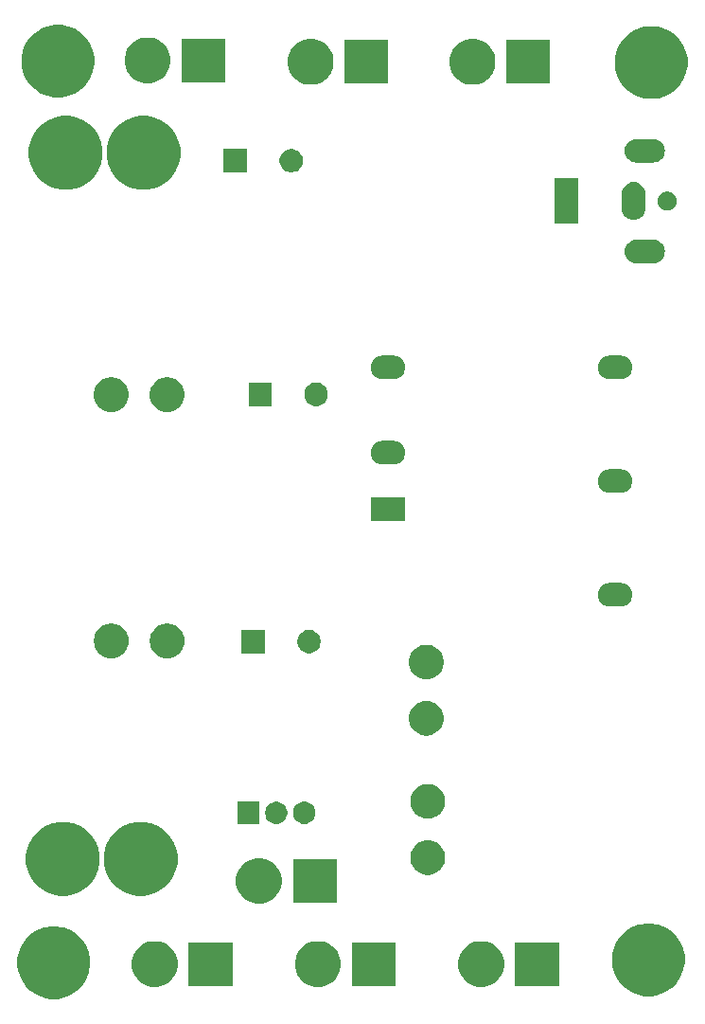
<source format=gbr>
G04 #@! TF.GenerationSoftware,KiCad,Pcbnew,(5.1.0-0)*
G04 #@! TF.CreationDate,2019-05-08T18:24:01-07:00*
G04 #@! TF.ProjectId,power board,706f7765-7220-4626-9f61-72642e6b6963,rev?*
G04 #@! TF.SameCoordinates,Original*
G04 #@! TF.FileFunction,Soldermask,Bot*
G04 #@! TF.FilePolarity,Negative*
%FSLAX46Y46*%
G04 Gerber Fmt 4.6, Leading zero omitted, Abs format (unit mm)*
G04 Created by KiCad (PCBNEW (5.1.0-0)) date 2019-05-08 18:24:01*
%MOMM*%
%LPD*%
G04 APERTURE LIST*
%ADD10C,0.100000*%
G04 APERTURE END LIST*
D10*
G36*
X26605739Y-115429467D02*
G01*
X26919782Y-115491934D01*
X27511426Y-115737001D01*
X28043892Y-116092784D01*
X28496716Y-116545608D01*
X28852499Y-117078074D01*
X29097566Y-117669718D01*
X29097566Y-117669719D01*
X29222500Y-118297803D01*
X29222500Y-118938197D01*
X29160033Y-119252239D01*
X29097566Y-119566282D01*
X28852499Y-120157926D01*
X28496716Y-120690392D01*
X28043892Y-121143216D01*
X27511426Y-121498999D01*
X26919782Y-121744066D01*
X26605739Y-121806533D01*
X26291697Y-121869000D01*
X25651303Y-121869000D01*
X25337261Y-121806533D01*
X25023218Y-121744066D01*
X24431574Y-121498999D01*
X23899108Y-121143216D01*
X23446284Y-120690392D01*
X23090501Y-120157926D01*
X22845434Y-119566282D01*
X22782967Y-119252239D01*
X22720500Y-118938197D01*
X22720500Y-118297803D01*
X22845434Y-117669719D01*
X22845434Y-117669718D01*
X23090501Y-117078074D01*
X23446284Y-116545608D01*
X23899108Y-116092784D01*
X24431574Y-115737001D01*
X25023218Y-115491934D01*
X25337261Y-115429467D01*
X25651303Y-115367000D01*
X26291697Y-115367000D01*
X26605739Y-115429467D01*
X26605739Y-115429467D01*
G37*
G36*
X79818739Y-115175467D02*
G01*
X80132782Y-115237934D01*
X80724426Y-115483001D01*
X81256892Y-115838784D01*
X81709716Y-116291608D01*
X82065499Y-116824074D01*
X82271173Y-117320615D01*
X82310566Y-117415719D01*
X82435500Y-118043803D01*
X82435500Y-118684197D01*
X82406174Y-118831629D01*
X82310566Y-119312282D01*
X82065499Y-119903926D01*
X81709716Y-120436392D01*
X81256892Y-120889216D01*
X80724426Y-121244999D01*
X80132782Y-121490066D01*
X79818739Y-121552533D01*
X79504697Y-121615000D01*
X78864303Y-121615000D01*
X78550261Y-121552533D01*
X78236218Y-121490066D01*
X77644574Y-121244999D01*
X77112108Y-120889216D01*
X76659284Y-120436392D01*
X76303501Y-119903926D01*
X76058434Y-119312282D01*
X75962826Y-118831629D01*
X75933500Y-118684197D01*
X75933500Y-118043803D01*
X76058434Y-117415719D01*
X76097827Y-117320615D01*
X76303501Y-116824074D01*
X76659284Y-116291608D01*
X77112108Y-115838784D01*
X77644574Y-115483001D01*
X78236218Y-115237934D01*
X78550261Y-115175467D01*
X78864303Y-115113000D01*
X79504697Y-115113000D01*
X79818739Y-115175467D01*
X79818739Y-115175467D01*
G37*
G36*
X64813254Y-116772818D02*
G01*
X65186511Y-116927426D01*
X65186513Y-116927427D01*
X65522436Y-117151884D01*
X65808116Y-117437564D01*
X65963237Y-117669718D01*
X66032574Y-117773489D01*
X66187182Y-118146746D01*
X66266000Y-118542993D01*
X66266000Y-118947007D01*
X66187182Y-119343254D01*
X66032574Y-119716511D01*
X66032573Y-119716513D01*
X65808116Y-120052436D01*
X65522436Y-120338116D01*
X65186513Y-120562573D01*
X65186512Y-120562574D01*
X65186511Y-120562574D01*
X64813254Y-120717182D01*
X64417007Y-120796000D01*
X64012993Y-120796000D01*
X63616746Y-120717182D01*
X63243489Y-120562574D01*
X63243488Y-120562574D01*
X63243487Y-120562573D01*
X62907564Y-120338116D01*
X62621884Y-120052436D01*
X62397427Y-119716513D01*
X62397426Y-119716511D01*
X62242818Y-119343254D01*
X62164000Y-118947007D01*
X62164000Y-118542993D01*
X62242818Y-118146746D01*
X62397426Y-117773489D01*
X62466764Y-117669718D01*
X62621884Y-117437564D01*
X62907564Y-117151884D01*
X63243487Y-116927427D01*
X63243489Y-116927426D01*
X63616746Y-116772818D01*
X64012993Y-116694000D01*
X64417007Y-116694000D01*
X64813254Y-116772818D01*
X64813254Y-116772818D01*
G37*
G36*
X50208254Y-116772818D02*
G01*
X50581511Y-116927426D01*
X50581513Y-116927427D01*
X50917436Y-117151884D01*
X51203116Y-117437564D01*
X51358237Y-117669718D01*
X51427574Y-117773489D01*
X51582182Y-118146746D01*
X51661000Y-118542993D01*
X51661000Y-118947007D01*
X51582182Y-119343254D01*
X51427574Y-119716511D01*
X51427573Y-119716513D01*
X51203116Y-120052436D01*
X50917436Y-120338116D01*
X50581513Y-120562573D01*
X50581512Y-120562574D01*
X50581511Y-120562574D01*
X50208254Y-120717182D01*
X49812007Y-120796000D01*
X49407993Y-120796000D01*
X49011746Y-120717182D01*
X48638489Y-120562574D01*
X48638488Y-120562574D01*
X48638487Y-120562573D01*
X48302564Y-120338116D01*
X48016884Y-120052436D01*
X47792427Y-119716513D01*
X47792426Y-119716511D01*
X47637818Y-119343254D01*
X47559000Y-118947007D01*
X47559000Y-118542993D01*
X47637818Y-118146746D01*
X47792426Y-117773489D01*
X47861764Y-117669718D01*
X48016884Y-117437564D01*
X48302564Y-117151884D01*
X48638487Y-116927427D01*
X48638489Y-116927426D01*
X49011746Y-116772818D01*
X49407993Y-116694000D01*
X49812007Y-116694000D01*
X50208254Y-116772818D01*
X50208254Y-116772818D01*
G37*
G36*
X35603254Y-116772818D02*
G01*
X35976511Y-116927426D01*
X35976513Y-116927427D01*
X36312436Y-117151884D01*
X36598116Y-117437564D01*
X36753237Y-117669718D01*
X36822574Y-117773489D01*
X36977182Y-118146746D01*
X37056000Y-118542993D01*
X37056000Y-118947007D01*
X36977182Y-119343254D01*
X36822574Y-119716511D01*
X36822573Y-119716513D01*
X36598116Y-120052436D01*
X36312436Y-120338116D01*
X35976513Y-120562573D01*
X35976512Y-120562574D01*
X35976511Y-120562574D01*
X35603254Y-120717182D01*
X35207007Y-120796000D01*
X34802993Y-120796000D01*
X34406746Y-120717182D01*
X34033489Y-120562574D01*
X34033488Y-120562574D01*
X34033487Y-120562573D01*
X33697564Y-120338116D01*
X33411884Y-120052436D01*
X33187427Y-119716513D01*
X33187426Y-119716511D01*
X33032818Y-119343254D01*
X32954000Y-118947007D01*
X32954000Y-118542993D01*
X33032818Y-118146746D01*
X33187426Y-117773489D01*
X33256764Y-117669718D01*
X33411884Y-117437564D01*
X33697564Y-117151884D01*
X34033487Y-116927427D01*
X34033489Y-116927426D01*
X34406746Y-116772818D01*
X34802993Y-116694000D01*
X35207007Y-116694000D01*
X35603254Y-116772818D01*
X35603254Y-116772818D01*
G37*
G36*
X71166000Y-120696000D02*
G01*
X67264000Y-120696000D01*
X67264000Y-116794000D01*
X71166000Y-116794000D01*
X71166000Y-120696000D01*
X71166000Y-120696000D01*
G37*
G36*
X56561000Y-120696000D02*
G01*
X52659000Y-120696000D01*
X52659000Y-116794000D01*
X56561000Y-116794000D01*
X56561000Y-120696000D01*
X56561000Y-120696000D01*
G37*
G36*
X41956000Y-120696000D02*
G01*
X38054000Y-120696000D01*
X38054000Y-116794000D01*
X41956000Y-116794000D01*
X41956000Y-120696000D01*
X41956000Y-120696000D01*
G37*
G36*
X44937754Y-109343318D02*
G01*
X45311011Y-109497926D01*
X45311013Y-109497927D01*
X45646936Y-109722384D01*
X45932616Y-110008064D01*
X46066680Y-110208704D01*
X46157074Y-110343989D01*
X46311682Y-110717246D01*
X46390500Y-111113493D01*
X46390500Y-111517507D01*
X46311682Y-111913754D01*
X46163164Y-112272308D01*
X46157073Y-112287013D01*
X45932616Y-112622936D01*
X45646936Y-112908616D01*
X45311013Y-113133073D01*
X45311012Y-113133074D01*
X45311011Y-113133074D01*
X44937754Y-113287682D01*
X44541507Y-113366500D01*
X44137493Y-113366500D01*
X43741246Y-113287682D01*
X43367989Y-113133074D01*
X43367988Y-113133074D01*
X43367987Y-113133073D01*
X43032064Y-112908616D01*
X42746384Y-112622936D01*
X42521927Y-112287013D01*
X42515836Y-112272308D01*
X42367318Y-111913754D01*
X42288500Y-111517507D01*
X42288500Y-111113493D01*
X42367318Y-110717246D01*
X42521926Y-110343989D01*
X42612321Y-110208704D01*
X42746384Y-110008064D01*
X43032064Y-109722384D01*
X43367987Y-109497927D01*
X43367989Y-109497926D01*
X43741246Y-109343318D01*
X44137493Y-109264500D01*
X44541507Y-109264500D01*
X44937754Y-109343318D01*
X44937754Y-109343318D01*
G37*
G36*
X51290500Y-113266500D02*
G01*
X47388500Y-113266500D01*
X47388500Y-109364500D01*
X51290500Y-109364500D01*
X51290500Y-113266500D01*
X51290500Y-113266500D01*
G37*
G36*
X34709865Y-106172855D02*
G01*
X35310608Y-106421691D01*
X35310610Y-106421692D01*
X35851265Y-106782946D01*
X36311054Y-107242735D01*
X36595875Y-107669000D01*
X36672309Y-107783392D01*
X36921145Y-108384135D01*
X37048000Y-109021879D01*
X37048000Y-109672121D01*
X36921145Y-110309865D01*
X36672309Y-110910608D01*
X36672308Y-110910610D01*
X36311054Y-111451265D01*
X35851265Y-111911054D01*
X35310610Y-112272308D01*
X35310609Y-112272309D01*
X35310608Y-112272309D01*
X34709865Y-112521145D01*
X34072121Y-112648000D01*
X33421879Y-112648000D01*
X32784135Y-112521145D01*
X32183392Y-112272309D01*
X32183391Y-112272309D01*
X32183390Y-112272308D01*
X31642735Y-111911054D01*
X31182946Y-111451265D01*
X30821692Y-110910610D01*
X30821691Y-110910608D01*
X30572855Y-110309865D01*
X30446000Y-109672121D01*
X30446000Y-109021879D01*
X30572855Y-108384135D01*
X30821691Y-107783392D01*
X30898125Y-107669000D01*
X31182946Y-107242735D01*
X31642735Y-106782946D01*
X32183390Y-106421692D01*
X32183392Y-106421691D01*
X32784135Y-106172855D01*
X33421879Y-106046000D01*
X34072121Y-106046000D01*
X34709865Y-106172855D01*
X34709865Y-106172855D01*
G37*
G36*
X27759865Y-106172855D02*
G01*
X28360608Y-106421691D01*
X28360610Y-106421692D01*
X28901265Y-106782946D01*
X29361054Y-107242735D01*
X29645875Y-107669000D01*
X29722309Y-107783392D01*
X29971145Y-108384135D01*
X30098000Y-109021879D01*
X30098000Y-109672121D01*
X29971145Y-110309865D01*
X29722309Y-110910608D01*
X29722308Y-110910610D01*
X29361054Y-111451265D01*
X28901265Y-111911054D01*
X28360610Y-112272308D01*
X28360609Y-112272309D01*
X28360608Y-112272309D01*
X27759865Y-112521145D01*
X27122121Y-112648000D01*
X26471879Y-112648000D01*
X25834135Y-112521145D01*
X25233392Y-112272309D01*
X25233391Y-112272309D01*
X25233390Y-112272308D01*
X24692735Y-111911054D01*
X24232946Y-111451265D01*
X23871692Y-110910610D01*
X23871691Y-110910608D01*
X23622855Y-110309865D01*
X23496000Y-109672121D01*
X23496000Y-109021879D01*
X23622855Y-108384135D01*
X23871691Y-107783392D01*
X23948125Y-107669000D01*
X24232946Y-107242735D01*
X24692735Y-106782946D01*
X25233390Y-106421692D01*
X25233392Y-106421691D01*
X25834135Y-106172855D01*
X26471879Y-106046000D01*
X27122121Y-106046000D01*
X27759865Y-106172855D01*
X27759865Y-106172855D01*
G37*
G36*
X59738585Y-107698802D02*
G01*
X59888410Y-107728604D01*
X60170674Y-107845521D01*
X60424705Y-108015259D01*
X60640741Y-108231295D01*
X60810479Y-108485326D01*
X60927396Y-108767590D01*
X60987000Y-109067240D01*
X60987000Y-109372760D01*
X60927396Y-109672410D01*
X60810479Y-109954674D01*
X60640741Y-110208705D01*
X60424705Y-110424741D01*
X60170674Y-110594479D01*
X59888410Y-110711396D01*
X59738585Y-110741198D01*
X59588761Y-110771000D01*
X59283239Y-110771000D01*
X59133415Y-110741198D01*
X58983590Y-110711396D01*
X58701326Y-110594479D01*
X58447295Y-110424741D01*
X58231259Y-110208705D01*
X58061521Y-109954674D01*
X57944604Y-109672410D01*
X57885000Y-109372760D01*
X57885000Y-109067240D01*
X57944604Y-108767590D01*
X58061521Y-108485326D01*
X58231259Y-108231295D01*
X58447295Y-108015259D01*
X58701326Y-107845521D01*
X58983590Y-107728604D01*
X59133415Y-107698802D01*
X59283239Y-107669000D01*
X59588761Y-107669000D01*
X59738585Y-107698802D01*
X59738585Y-107698802D01*
G37*
G36*
X48582285Y-104237734D02*
G01*
X48678981Y-104256968D01*
X48861151Y-104332426D01*
X49025100Y-104441973D01*
X49164527Y-104581400D01*
X49274074Y-104745349D01*
X49349532Y-104927519D01*
X49388000Y-105120910D01*
X49388000Y-105318090D01*
X49349532Y-105511481D01*
X49274074Y-105693651D01*
X49164527Y-105857600D01*
X49025100Y-105997027D01*
X48861151Y-106106574D01*
X48678981Y-106182032D01*
X48582285Y-106201266D01*
X48485591Y-106220500D01*
X48288409Y-106220500D01*
X48191715Y-106201266D01*
X48095019Y-106182032D01*
X47912849Y-106106574D01*
X47748900Y-105997027D01*
X47609473Y-105857600D01*
X47499926Y-105693651D01*
X47424468Y-105511481D01*
X47386000Y-105318090D01*
X47386000Y-105120910D01*
X47424468Y-104927519D01*
X47499926Y-104745349D01*
X47609473Y-104581400D01*
X47748900Y-104441973D01*
X47912849Y-104332426D01*
X48095019Y-104256968D01*
X48288409Y-104218500D01*
X48485591Y-104218500D01*
X48582285Y-104237734D01*
X48582285Y-104237734D01*
G37*
G36*
X46082285Y-104237734D02*
G01*
X46178981Y-104256968D01*
X46361151Y-104332426D01*
X46525100Y-104441973D01*
X46664527Y-104581400D01*
X46774074Y-104745349D01*
X46849532Y-104927519D01*
X46888000Y-105120910D01*
X46888000Y-105318090D01*
X46849532Y-105511481D01*
X46774074Y-105693651D01*
X46664527Y-105857600D01*
X46525100Y-105997027D01*
X46361151Y-106106574D01*
X46178981Y-106182032D01*
X46082285Y-106201266D01*
X45985591Y-106220500D01*
X45788409Y-106220500D01*
X45691715Y-106201266D01*
X45595019Y-106182032D01*
X45412849Y-106106574D01*
X45248900Y-105997027D01*
X45109473Y-105857600D01*
X44999926Y-105693651D01*
X44924468Y-105511481D01*
X44886000Y-105318090D01*
X44886000Y-105120910D01*
X44924468Y-104927519D01*
X44999926Y-104745349D01*
X45109473Y-104581400D01*
X45248900Y-104441973D01*
X45412849Y-104332426D01*
X45595019Y-104256968D01*
X45788409Y-104218500D01*
X45985591Y-104218500D01*
X46082285Y-104237734D01*
X46082285Y-104237734D01*
G37*
G36*
X44388000Y-106220500D02*
G01*
X42386000Y-106220500D01*
X42386000Y-104218500D01*
X44388000Y-104218500D01*
X44388000Y-106220500D01*
X44388000Y-106220500D01*
G37*
G36*
X59738585Y-102669602D02*
G01*
X59888410Y-102699404D01*
X60170674Y-102816321D01*
X60424705Y-102986059D01*
X60640741Y-103202095D01*
X60810479Y-103456126D01*
X60927396Y-103738390D01*
X60927396Y-103738391D01*
X60987000Y-104038039D01*
X60987000Y-104343561D01*
X60957198Y-104493385D01*
X60927396Y-104643210D01*
X60810479Y-104925474D01*
X60640741Y-105179505D01*
X60424705Y-105395541D01*
X60170674Y-105565279D01*
X59888410Y-105682196D01*
X59738585Y-105711998D01*
X59588761Y-105741800D01*
X59283239Y-105741800D01*
X59133415Y-105711998D01*
X58983590Y-105682196D01*
X58701326Y-105565279D01*
X58447295Y-105395541D01*
X58231259Y-105179505D01*
X58061521Y-104925474D01*
X57944604Y-104643210D01*
X57914802Y-104493385D01*
X57885000Y-104343561D01*
X57885000Y-104038039D01*
X57944604Y-103738391D01*
X57944604Y-103738390D01*
X58061521Y-103456126D01*
X58231259Y-103202095D01*
X58447295Y-102986059D01*
X58701326Y-102816321D01*
X58983590Y-102699404D01*
X59133415Y-102669602D01*
X59283239Y-102639800D01*
X59588761Y-102639800D01*
X59738585Y-102669602D01*
X59738585Y-102669602D01*
G37*
G36*
X59611585Y-95252802D02*
G01*
X59761410Y-95282604D01*
X60043674Y-95399521D01*
X60297705Y-95569259D01*
X60513741Y-95785295D01*
X60683479Y-96039326D01*
X60800396Y-96321590D01*
X60860000Y-96621240D01*
X60860000Y-96926760D01*
X60800396Y-97226410D01*
X60683479Y-97508674D01*
X60513741Y-97762705D01*
X60297705Y-97978741D01*
X60043674Y-98148479D01*
X59761410Y-98265396D01*
X59611585Y-98295198D01*
X59461761Y-98325000D01*
X59156239Y-98325000D01*
X59006415Y-98295198D01*
X58856590Y-98265396D01*
X58574326Y-98148479D01*
X58320295Y-97978741D01*
X58104259Y-97762705D01*
X57934521Y-97508674D01*
X57817604Y-97226410D01*
X57758000Y-96926760D01*
X57758000Y-96621240D01*
X57817604Y-96321590D01*
X57934521Y-96039326D01*
X58104259Y-95785295D01*
X58320295Y-95569259D01*
X58574326Y-95399521D01*
X58856590Y-95282604D01*
X59006415Y-95252802D01*
X59156239Y-95223000D01*
X59461761Y-95223000D01*
X59611585Y-95252802D01*
X59611585Y-95252802D01*
G37*
G36*
X59606367Y-90222564D02*
G01*
X59761410Y-90253404D01*
X60043674Y-90370321D01*
X60297705Y-90540059D01*
X60513741Y-90756095D01*
X60683479Y-91010126D01*
X60800396Y-91292390D01*
X60860000Y-91592040D01*
X60860000Y-91897560D01*
X60800396Y-92197210D01*
X60683479Y-92479474D01*
X60513741Y-92733505D01*
X60297705Y-92949541D01*
X60043674Y-93119279D01*
X59761410Y-93236196D01*
X59611585Y-93265998D01*
X59461761Y-93295800D01*
X59156239Y-93295800D01*
X59006415Y-93265998D01*
X58856590Y-93236196D01*
X58574326Y-93119279D01*
X58320295Y-92949541D01*
X58104259Y-92733505D01*
X57934521Y-92479474D01*
X57817604Y-92197210D01*
X57758000Y-91897560D01*
X57758000Y-91592040D01*
X57817604Y-91292390D01*
X57934521Y-91010126D01*
X58104259Y-90756095D01*
X58320295Y-90540059D01*
X58574326Y-90370321D01*
X58856590Y-90253404D01*
X59011633Y-90222564D01*
X59156239Y-90193800D01*
X59461761Y-90193800D01*
X59606367Y-90222564D01*
X59606367Y-90222564D01*
G37*
G36*
X36434085Y-88335802D02*
G01*
X36583910Y-88365604D01*
X36866174Y-88482521D01*
X37120205Y-88652259D01*
X37336241Y-88868295D01*
X37505979Y-89122326D01*
X37622896Y-89404590D01*
X37652698Y-89554415D01*
X37682500Y-89704239D01*
X37682500Y-90009761D01*
X37652698Y-90159585D01*
X37622896Y-90309410D01*
X37505979Y-90591674D01*
X37336241Y-90845705D01*
X37120205Y-91061741D01*
X36866174Y-91231479D01*
X36583910Y-91348396D01*
X36434085Y-91378198D01*
X36284261Y-91408000D01*
X35978739Y-91408000D01*
X35828915Y-91378198D01*
X35679090Y-91348396D01*
X35396826Y-91231479D01*
X35142795Y-91061741D01*
X34926759Y-90845705D01*
X34757021Y-90591674D01*
X34640104Y-90309410D01*
X34610302Y-90159585D01*
X34580500Y-90009761D01*
X34580500Y-89704239D01*
X34610302Y-89554415D01*
X34640104Y-89404590D01*
X34757021Y-89122326D01*
X34926759Y-88868295D01*
X35142795Y-88652259D01*
X35396826Y-88482521D01*
X35679090Y-88365604D01*
X35828915Y-88335802D01*
X35978739Y-88306000D01*
X36284261Y-88306000D01*
X36434085Y-88335802D01*
X36434085Y-88335802D01*
G37*
G36*
X31434085Y-88335802D02*
G01*
X31583910Y-88365604D01*
X31866174Y-88482521D01*
X32120205Y-88652259D01*
X32336241Y-88868295D01*
X32505979Y-89122326D01*
X32622896Y-89404590D01*
X32652698Y-89554415D01*
X32682500Y-89704239D01*
X32682500Y-90009761D01*
X32652698Y-90159585D01*
X32622896Y-90309410D01*
X32505979Y-90591674D01*
X32336241Y-90845705D01*
X32120205Y-91061741D01*
X31866174Y-91231479D01*
X31583910Y-91348396D01*
X31434085Y-91378198D01*
X31284261Y-91408000D01*
X30978739Y-91408000D01*
X30828915Y-91378198D01*
X30679090Y-91348396D01*
X30396826Y-91231479D01*
X30142795Y-91061741D01*
X29926759Y-90845705D01*
X29757021Y-90591674D01*
X29640104Y-90309410D01*
X29610302Y-90159585D01*
X29580500Y-90009761D01*
X29580500Y-89704239D01*
X29610302Y-89554415D01*
X29640104Y-89404590D01*
X29757021Y-89122326D01*
X29926759Y-88868295D01*
X30142795Y-88652259D01*
X30396826Y-88482521D01*
X30679090Y-88365604D01*
X30828915Y-88335802D01*
X30978739Y-88306000D01*
X31284261Y-88306000D01*
X31434085Y-88335802D01*
X31434085Y-88335802D01*
G37*
G36*
X49121564Y-88905389D02*
G01*
X49312833Y-88984615D01*
X49312835Y-88984616D01*
X49484973Y-89099635D01*
X49631365Y-89246027D01*
X49746385Y-89418167D01*
X49825611Y-89609436D01*
X49866000Y-89812484D01*
X49866000Y-90019516D01*
X49825611Y-90222564D01*
X49789638Y-90309410D01*
X49746384Y-90413835D01*
X49631365Y-90585973D01*
X49484973Y-90732365D01*
X49312835Y-90847384D01*
X49312834Y-90847385D01*
X49312833Y-90847385D01*
X49121564Y-90926611D01*
X48918516Y-90967000D01*
X48711484Y-90967000D01*
X48508436Y-90926611D01*
X48317167Y-90847385D01*
X48317166Y-90847385D01*
X48317165Y-90847384D01*
X48145027Y-90732365D01*
X47998635Y-90585973D01*
X47883616Y-90413835D01*
X47840362Y-90309410D01*
X47804389Y-90222564D01*
X47764000Y-90019516D01*
X47764000Y-89812484D01*
X47804389Y-89609436D01*
X47883615Y-89418167D01*
X47998635Y-89246027D01*
X48145027Y-89099635D01*
X48317165Y-88984616D01*
X48317167Y-88984615D01*
X48508436Y-88905389D01*
X48711484Y-88865000D01*
X48918516Y-88865000D01*
X49121564Y-88905389D01*
X49121564Y-88905389D01*
G37*
G36*
X44866000Y-90967000D02*
G01*
X42764000Y-90967000D01*
X42764000Y-88865000D01*
X44866000Y-88865000D01*
X44866000Y-90967000D01*
X44866000Y-90967000D01*
G37*
G36*
X76803097Y-84679069D02*
G01*
X76906032Y-84689207D01*
X77104146Y-84749305D01*
X77104149Y-84749306D01*
X77200975Y-84801061D01*
X77286729Y-84846897D01*
X77446765Y-84978235D01*
X77578103Y-85138271D01*
X77623939Y-85224025D01*
X77675694Y-85320851D01*
X77675695Y-85320854D01*
X77735793Y-85518968D01*
X77756085Y-85725000D01*
X77735793Y-85931032D01*
X77675695Y-86129146D01*
X77675694Y-86129149D01*
X77623939Y-86225975D01*
X77578103Y-86311729D01*
X77446765Y-86471765D01*
X77286729Y-86603103D01*
X77200975Y-86648939D01*
X77104149Y-86700694D01*
X77104146Y-86700695D01*
X76906032Y-86760793D01*
X76803097Y-86770931D01*
X76751631Y-86776000D01*
X75648369Y-86776000D01*
X75596903Y-86770931D01*
X75493968Y-86760793D01*
X75295854Y-86700695D01*
X75295851Y-86700694D01*
X75199025Y-86648939D01*
X75113271Y-86603103D01*
X74953235Y-86471765D01*
X74821897Y-86311729D01*
X74776061Y-86225975D01*
X74724306Y-86129149D01*
X74724305Y-86129146D01*
X74664207Y-85931032D01*
X74643915Y-85725000D01*
X74664207Y-85518968D01*
X74724305Y-85320854D01*
X74724306Y-85320851D01*
X74776061Y-85224025D01*
X74821897Y-85138271D01*
X74953235Y-84978235D01*
X75113271Y-84846897D01*
X75199025Y-84801061D01*
X75295851Y-84749306D01*
X75295854Y-84749305D01*
X75493968Y-84689207D01*
X75596903Y-84679069D01*
X75648369Y-84674000D01*
X76751631Y-84674000D01*
X76803097Y-84679069D01*
X76803097Y-84679069D01*
G37*
G36*
X57431000Y-79156000D02*
G01*
X54329000Y-79156000D01*
X54329000Y-77054000D01*
X57431000Y-77054000D01*
X57431000Y-79156000D01*
X57431000Y-79156000D01*
G37*
G36*
X76803097Y-74519069D02*
G01*
X76906032Y-74529207D01*
X77104146Y-74589305D01*
X77104149Y-74589306D01*
X77200975Y-74641061D01*
X77286729Y-74686897D01*
X77446765Y-74818235D01*
X77578103Y-74978271D01*
X77623939Y-75064025D01*
X77675694Y-75160851D01*
X77675695Y-75160854D01*
X77735793Y-75358968D01*
X77756085Y-75565000D01*
X77735793Y-75771032D01*
X77675695Y-75969146D01*
X77675694Y-75969149D01*
X77623939Y-76065975D01*
X77578103Y-76151729D01*
X77446765Y-76311765D01*
X77286729Y-76443103D01*
X77200975Y-76488939D01*
X77104149Y-76540694D01*
X77104146Y-76540695D01*
X76906032Y-76600793D01*
X76803097Y-76610931D01*
X76751631Y-76616000D01*
X75648369Y-76616000D01*
X75596903Y-76610931D01*
X75493968Y-76600793D01*
X75295854Y-76540695D01*
X75295851Y-76540694D01*
X75199025Y-76488939D01*
X75113271Y-76443103D01*
X74953235Y-76311765D01*
X74821897Y-76151729D01*
X74776061Y-76065975D01*
X74724306Y-75969149D01*
X74724305Y-75969146D01*
X74664207Y-75771032D01*
X74643915Y-75565000D01*
X74664207Y-75358968D01*
X74724305Y-75160854D01*
X74724306Y-75160851D01*
X74776061Y-75064025D01*
X74821897Y-74978271D01*
X74953235Y-74818235D01*
X75113271Y-74686897D01*
X75199025Y-74641061D01*
X75295851Y-74589306D01*
X75295854Y-74589305D01*
X75493968Y-74529207D01*
X75596903Y-74519069D01*
X75648369Y-74514000D01*
X76751631Y-74514000D01*
X76803097Y-74519069D01*
X76803097Y-74519069D01*
G37*
G36*
X56483097Y-71979069D02*
G01*
X56586032Y-71989207D01*
X56784146Y-72049305D01*
X56784149Y-72049306D01*
X56880975Y-72101061D01*
X56966729Y-72146897D01*
X57126765Y-72278235D01*
X57258103Y-72438271D01*
X57303939Y-72524025D01*
X57355694Y-72620851D01*
X57355695Y-72620854D01*
X57415793Y-72818968D01*
X57436085Y-73025000D01*
X57415793Y-73231032D01*
X57355695Y-73429146D01*
X57355694Y-73429149D01*
X57303939Y-73525975D01*
X57258103Y-73611729D01*
X57126765Y-73771765D01*
X56966729Y-73903103D01*
X56880975Y-73948939D01*
X56784149Y-74000694D01*
X56784146Y-74000695D01*
X56586032Y-74060793D01*
X56483097Y-74070931D01*
X56431631Y-74076000D01*
X55328369Y-74076000D01*
X55276903Y-74070931D01*
X55173968Y-74060793D01*
X54975854Y-74000695D01*
X54975851Y-74000694D01*
X54879025Y-73948939D01*
X54793271Y-73903103D01*
X54633235Y-73771765D01*
X54501897Y-73611729D01*
X54456061Y-73525975D01*
X54404306Y-73429149D01*
X54404305Y-73429146D01*
X54344207Y-73231032D01*
X54323915Y-73025000D01*
X54344207Y-72818968D01*
X54404305Y-72620854D01*
X54404306Y-72620851D01*
X54456061Y-72524025D01*
X54501897Y-72438271D01*
X54633235Y-72278235D01*
X54793271Y-72146897D01*
X54879025Y-72101061D01*
X54975851Y-72049306D01*
X54975854Y-72049305D01*
X55173968Y-71989207D01*
X55276903Y-71979069D01*
X55328369Y-71974000D01*
X56431631Y-71974000D01*
X56483097Y-71979069D01*
X56483097Y-71979069D01*
G37*
G36*
X31434085Y-66335802D02*
G01*
X31583910Y-66365604D01*
X31866174Y-66482521D01*
X32120205Y-66652259D01*
X32336241Y-66868295D01*
X32505979Y-67122326D01*
X32622896Y-67404590D01*
X32682500Y-67704240D01*
X32682500Y-68009760D01*
X32622896Y-68309410D01*
X32505979Y-68591674D01*
X32336241Y-68845705D01*
X32120205Y-69061741D01*
X31866174Y-69231479D01*
X31583910Y-69348396D01*
X31434085Y-69378198D01*
X31284261Y-69408000D01*
X30978739Y-69408000D01*
X30828915Y-69378198D01*
X30679090Y-69348396D01*
X30396826Y-69231479D01*
X30142795Y-69061741D01*
X29926759Y-68845705D01*
X29757021Y-68591674D01*
X29640104Y-68309410D01*
X29580500Y-68009760D01*
X29580500Y-67704240D01*
X29640104Y-67404590D01*
X29757021Y-67122326D01*
X29926759Y-66868295D01*
X30142795Y-66652259D01*
X30396826Y-66482521D01*
X30679090Y-66365604D01*
X30828915Y-66335802D01*
X30978739Y-66306000D01*
X31284261Y-66306000D01*
X31434085Y-66335802D01*
X31434085Y-66335802D01*
G37*
G36*
X36434085Y-66335802D02*
G01*
X36583910Y-66365604D01*
X36866174Y-66482521D01*
X37120205Y-66652259D01*
X37336241Y-66868295D01*
X37505979Y-67122326D01*
X37622896Y-67404590D01*
X37682500Y-67704240D01*
X37682500Y-68009760D01*
X37622896Y-68309410D01*
X37505979Y-68591674D01*
X37336241Y-68845705D01*
X37120205Y-69061741D01*
X36866174Y-69231479D01*
X36583910Y-69348396D01*
X36434085Y-69378198D01*
X36284261Y-69408000D01*
X35978739Y-69408000D01*
X35828915Y-69378198D01*
X35679090Y-69348396D01*
X35396826Y-69231479D01*
X35142795Y-69061741D01*
X34926759Y-68845705D01*
X34757021Y-68591674D01*
X34640104Y-68309410D01*
X34580500Y-68009760D01*
X34580500Y-67704240D01*
X34640104Y-67404590D01*
X34757021Y-67122326D01*
X34926759Y-66868295D01*
X35142795Y-66652259D01*
X35396826Y-66482521D01*
X35679090Y-66365604D01*
X35828915Y-66335802D01*
X35978739Y-66306000D01*
X36284261Y-66306000D01*
X36434085Y-66335802D01*
X36434085Y-66335802D01*
G37*
G36*
X45501000Y-68869000D02*
G01*
X43399000Y-68869000D01*
X43399000Y-66767000D01*
X45501000Y-66767000D01*
X45501000Y-68869000D01*
X45501000Y-68869000D01*
G37*
G36*
X49756564Y-66807389D02*
G01*
X49947833Y-66886615D01*
X49947835Y-66886616D01*
X50119973Y-67001635D01*
X50266365Y-67148027D01*
X50381385Y-67320167D01*
X50460611Y-67511436D01*
X50501000Y-67714484D01*
X50501000Y-67921516D01*
X50460611Y-68124564D01*
X50384046Y-68309409D01*
X50381384Y-68315835D01*
X50266365Y-68487973D01*
X50119973Y-68634365D01*
X49947835Y-68749384D01*
X49947834Y-68749385D01*
X49947833Y-68749385D01*
X49756564Y-68828611D01*
X49553516Y-68869000D01*
X49346484Y-68869000D01*
X49143436Y-68828611D01*
X48952167Y-68749385D01*
X48952166Y-68749385D01*
X48952165Y-68749384D01*
X48780027Y-68634365D01*
X48633635Y-68487973D01*
X48518616Y-68315835D01*
X48515954Y-68309409D01*
X48439389Y-68124564D01*
X48399000Y-67921516D01*
X48399000Y-67714484D01*
X48439389Y-67511436D01*
X48518615Y-67320167D01*
X48633635Y-67148027D01*
X48780027Y-67001635D01*
X48952165Y-66886616D01*
X48952167Y-66886615D01*
X49143436Y-66807389D01*
X49346484Y-66767000D01*
X49553516Y-66767000D01*
X49756564Y-66807389D01*
X49756564Y-66807389D01*
G37*
G36*
X56483097Y-64359069D02*
G01*
X56586032Y-64369207D01*
X56784146Y-64429305D01*
X56784149Y-64429306D01*
X56880975Y-64481061D01*
X56966729Y-64526897D01*
X57126765Y-64658235D01*
X57258103Y-64818271D01*
X57303939Y-64904025D01*
X57355694Y-65000851D01*
X57355695Y-65000854D01*
X57415793Y-65198968D01*
X57436085Y-65405000D01*
X57415793Y-65611032D01*
X57355695Y-65809146D01*
X57355694Y-65809149D01*
X57303939Y-65905975D01*
X57258103Y-65991729D01*
X57126765Y-66151765D01*
X56966729Y-66283103D01*
X56923891Y-66306000D01*
X56784149Y-66380694D01*
X56784146Y-66380695D01*
X56586032Y-66440793D01*
X56483097Y-66450931D01*
X56431631Y-66456000D01*
X55328369Y-66456000D01*
X55276903Y-66450931D01*
X55173968Y-66440793D01*
X54975854Y-66380695D01*
X54975851Y-66380694D01*
X54836109Y-66306000D01*
X54793271Y-66283103D01*
X54633235Y-66151765D01*
X54501897Y-65991729D01*
X54456061Y-65905975D01*
X54404306Y-65809149D01*
X54404305Y-65809146D01*
X54344207Y-65611032D01*
X54323915Y-65405000D01*
X54344207Y-65198968D01*
X54404305Y-65000854D01*
X54404306Y-65000851D01*
X54456061Y-64904025D01*
X54501897Y-64818271D01*
X54633235Y-64658235D01*
X54793271Y-64526897D01*
X54879025Y-64481061D01*
X54975851Y-64429306D01*
X54975854Y-64429305D01*
X55173968Y-64369207D01*
X55276903Y-64359069D01*
X55328369Y-64354000D01*
X56431631Y-64354000D01*
X56483097Y-64359069D01*
X56483097Y-64359069D01*
G37*
G36*
X76803097Y-64359069D02*
G01*
X76906032Y-64369207D01*
X77104146Y-64429305D01*
X77104149Y-64429306D01*
X77200975Y-64481061D01*
X77286729Y-64526897D01*
X77446765Y-64658235D01*
X77578103Y-64818271D01*
X77623939Y-64904025D01*
X77675694Y-65000851D01*
X77675695Y-65000854D01*
X77735793Y-65198968D01*
X77756085Y-65405000D01*
X77735793Y-65611032D01*
X77675695Y-65809146D01*
X77675694Y-65809149D01*
X77623939Y-65905975D01*
X77578103Y-65991729D01*
X77446765Y-66151765D01*
X77286729Y-66283103D01*
X77243891Y-66306000D01*
X77104149Y-66380694D01*
X77104146Y-66380695D01*
X76906032Y-66440793D01*
X76803097Y-66450931D01*
X76751631Y-66456000D01*
X75648369Y-66456000D01*
X75596903Y-66450931D01*
X75493968Y-66440793D01*
X75295854Y-66380695D01*
X75295851Y-66380694D01*
X75156109Y-66306000D01*
X75113271Y-66283103D01*
X74953235Y-66151765D01*
X74821897Y-65991729D01*
X74776061Y-65905975D01*
X74724306Y-65809149D01*
X74724305Y-65809146D01*
X74664207Y-65611032D01*
X74643915Y-65405000D01*
X74664207Y-65198968D01*
X74724305Y-65000854D01*
X74724306Y-65000851D01*
X74776061Y-64904025D01*
X74821897Y-64818271D01*
X74953235Y-64658235D01*
X75113271Y-64526897D01*
X75199025Y-64481061D01*
X75295851Y-64429306D01*
X75295854Y-64429305D01*
X75493968Y-64369207D01*
X75596903Y-64359069D01*
X75648369Y-64354000D01*
X76751631Y-64354000D01*
X76803097Y-64359069D01*
X76803097Y-64359069D01*
G37*
G36*
X79704097Y-54000069D02*
G01*
X79807032Y-54010207D01*
X80005146Y-54070305D01*
X80005149Y-54070306D01*
X80101975Y-54122061D01*
X80187729Y-54167897D01*
X80347765Y-54299235D01*
X80479103Y-54459271D01*
X80524939Y-54545025D01*
X80576694Y-54641851D01*
X80576695Y-54641854D01*
X80636793Y-54839968D01*
X80657085Y-55046000D01*
X80636793Y-55252032D01*
X80576695Y-55450146D01*
X80576694Y-55450149D01*
X80524939Y-55546975D01*
X80479103Y-55632729D01*
X80347765Y-55792765D01*
X80187729Y-55924103D01*
X80101975Y-55969939D01*
X80005149Y-56021694D01*
X80005146Y-56021695D01*
X79807032Y-56081793D01*
X79704097Y-56091931D01*
X79652631Y-56097000D01*
X78049369Y-56097000D01*
X77997903Y-56091931D01*
X77894968Y-56081793D01*
X77696854Y-56021695D01*
X77696851Y-56021694D01*
X77600025Y-55969939D01*
X77514271Y-55924103D01*
X77354235Y-55792765D01*
X77222897Y-55632729D01*
X77177061Y-55546975D01*
X77125306Y-55450149D01*
X77125305Y-55450146D01*
X77065207Y-55252032D01*
X77044915Y-55046000D01*
X77065207Y-54839968D01*
X77125305Y-54641854D01*
X77125306Y-54641851D01*
X77177061Y-54545025D01*
X77222897Y-54459271D01*
X77354235Y-54299235D01*
X77514271Y-54167897D01*
X77600025Y-54122061D01*
X77696851Y-54070306D01*
X77696854Y-54070305D01*
X77894968Y-54010207D01*
X77997903Y-54000069D01*
X78049369Y-53995000D01*
X79652631Y-53995000D01*
X79704097Y-54000069D01*
X79704097Y-54000069D01*
G37*
G36*
X72902000Y-52597000D02*
G01*
X70800000Y-52597000D01*
X70800000Y-48495000D01*
X72902000Y-48495000D01*
X72902000Y-52597000D01*
X72902000Y-52597000D01*
G37*
G36*
X78057031Y-48860207D02*
G01*
X78255145Y-48920305D01*
X78255148Y-48920306D01*
X78321030Y-48955521D01*
X78437729Y-49017897D01*
X78597765Y-49149235D01*
X78729103Y-49309271D01*
X78729104Y-49309273D01*
X78826694Y-49491851D01*
X78826694Y-49491852D01*
X78826695Y-49491854D01*
X78886793Y-49689968D01*
X78902000Y-49844370D01*
X78902000Y-51247630D01*
X78886793Y-51402032D01*
X78826695Y-51600146D01*
X78826694Y-51600149D01*
X78774939Y-51696975D01*
X78729103Y-51782729D01*
X78597765Y-51942765D01*
X78437729Y-52074103D01*
X78351975Y-52119939D01*
X78255149Y-52171694D01*
X78255146Y-52171695D01*
X78057032Y-52231793D01*
X77851000Y-52252085D01*
X77644969Y-52231793D01*
X77446855Y-52171695D01*
X77446852Y-52171694D01*
X77350026Y-52119939D01*
X77264272Y-52074103D01*
X77104236Y-51942765D01*
X76972898Y-51782729D01*
X76950184Y-51740234D01*
X76875305Y-51600147D01*
X76815207Y-51402030D01*
X76800000Y-51247631D01*
X76800000Y-49844370D01*
X76805173Y-49791852D01*
X76815207Y-49689969D01*
X76875305Y-49491855D01*
X76875306Y-49491852D01*
X76910521Y-49425970D01*
X76972897Y-49309271D01*
X77104235Y-49149235D01*
X77264271Y-49017897D01*
X77350025Y-48972061D01*
X77446851Y-48920306D01*
X77446854Y-48920305D01*
X77644968Y-48860207D01*
X77851000Y-48839915D01*
X78057031Y-48860207D01*
X78057031Y-48860207D01*
G37*
G36*
X81099228Y-49727703D02*
G01*
X81254100Y-49791853D01*
X81393481Y-49884985D01*
X81512015Y-50003519D01*
X81605147Y-50142900D01*
X81669297Y-50297772D01*
X81702000Y-50462184D01*
X81702000Y-50629816D01*
X81669297Y-50794228D01*
X81605147Y-50949100D01*
X81512015Y-51088481D01*
X81393481Y-51207015D01*
X81254100Y-51300147D01*
X81099228Y-51364297D01*
X80934816Y-51397000D01*
X80767184Y-51397000D01*
X80602772Y-51364297D01*
X80447900Y-51300147D01*
X80308519Y-51207015D01*
X80189985Y-51088481D01*
X80096853Y-50949100D01*
X80032703Y-50794228D01*
X80000000Y-50629816D01*
X80000000Y-50462184D01*
X80032703Y-50297772D01*
X80096853Y-50142900D01*
X80189985Y-50003519D01*
X80308519Y-49884985D01*
X80447900Y-49791853D01*
X80602772Y-49727703D01*
X80767184Y-49695000D01*
X80934816Y-49695000D01*
X81099228Y-49727703D01*
X81099228Y-49727703D01*
G37*
G36*
X34963865Y-43053855D02*
G01*
X35564608Y-43302691D01*
X35564610Y-43302692D01*
X36105265Y-43663946D01*
X36565054Y-44123735D01*
X36926308Y-44664390D01*
X36926309Y-44664392D01*
X37175145Y-45265135D01*
X37302000Y-45902879D01*
X37302000Y-46553121D01*
X37175145Y-47190865D01*
X36946499Y-47742865D01*
X36926308Y-47791610D01*
X36565054Y-48332265D01*
X36105265Y-48792054D01*
X35564610Y-49153308D01*
X35564609Y-49153309D01*
X35564608Y-49153309D01*
X34963865Y-49402145D01*
X34326121Y-49529000D01*
X33675879Y-49529000D01*
X33038135Y-49402145D01*
X32437392Y-49153309D01*
X32437391Y-49153309D01*
X32437390Y-49153308D01*
X31896735Y-48792054D01*
X31436946Y-48332265D01*
X31075692Y-47791610D01*
X31055501Y-47742865D01*
X30826855Y-47190865D01*
X30700000Y-46553121D01*
X30700000Y-45902879D01*
X30826855Y-45265135D01*
X31075691Y-44664392D01*
X31075692Y-44664390D01*
X31436946Y-44123735D01*
X31896735Y-43663946D01*
X32437390Y-43302692D01*
X32437392Y-43302691D01*
X33038135Y-43053855D01*
X33675879Y-42927000D01*
X34326121Y-42927000D01*
X34963865Y-43053855D01*
X34963865Y-43053855D01*
G37*
G36*
X28013865Y-43053855D02*
G01*
X28614608Y-43302691D01*
X28614610Y-43302692D01*
X29155265Y-43663946D01*
X29615054Y-44123735D01*
X29976308Y-44664390D01*
X29976309Y-44664392D01*
X30225145Y-45265135D01*
X30352000Y-45902879D01*
X30352000Y-46553121D01*
X30225145Y-47190865D01*
X29996499Y-47742865D01*
X29976308Y-47791610D01*
X29615054Y-48332265D01*
X29155265Y-48792054D01*
X28614610Y-49153308D01*
X28614609Y-49153309D01*
X28614608Y-49153309D01*
X28013865Y-49402145D01*
X27376121Y-49529000D01*
X26725879Y-49529000D01*
X26088135Y-49402145D01*
X25487392Y-49153309D01*
X25487391Y-49153309D01*
X25487390Y-49153308D01*
X24946735Y-48792054D01*
X24486946Y-48332265D01*
X24125692Y-47791610D01*
X24105501Y-47742865D01*
X23876855Y-47190865D01*
X23750000Y-46553121D01*
X23750000Y-45902879D01*
X23876855Y-45265135D01*
X24125691Y-44664392D01*
X24125692Y-44664390D01*
X24486946Y-44123735D01*
X24946735Y-43663946D01*
X25487390Y-43302692D01*
X25487392Y-43302691D01*
X26088135Y-43053855D01*
X26725879Y-42927000D01*
X27376121Y-42927000D01*
X28013865Y-43053855D01*
X28013865Y-43053855D01*
G37*
G36*
X43278500Y-47977500D02*
G01*
X41176500Y-47977500D01*
X41176500Y-45875500D01*
X43278500Y-45875500D01*
X43278500Y-47977500D01*
X43278500Y-47977500D01*
G37*
G36*
X47534064Y-45915889D02*
G01*
X47725333Y-45995115D01*
X47725335Y-45995116D01*
X47801488Y-46046000D01*
X47897473Y-46110135D01*
X48043865Y-46256527D01*
X48158885Y-46428667D01*
X48238111Y-46619936D01*
X48278500Y-46822984D01*
X48278500Y-47030016D01*
X48238111Y-47233064D01*
X48158885Y-47424333D01*
X48158884Y-47424335D01*
X48043865Y-47596473D01*
X47897473Y-47742865D01*
X47725335Y-47857884D01*
X47725334Y-47857885D01*
X47725333Y-47857885D01*
X47534064Y-47937111D01*
X47331016Y-47977500D01*
X47123984Y-47977500D01*
X46920936Y-47937111D01*
X46729667Y-47857885D01*
X46729666Y-47857885D01*
X46729665Y-47857884D01*
X46557527Y-47742865D01*
X46411135Y-47596473D01*
X46296116Y-47424335D01*
X46296115Y-47424333D01*
X46216889Y-47233064D01*
X46176500Y-47030016D01*
X46176500Y-46822984D01*
X46216889Y-46619936D01*
X46296115Y-46428667D01*
X46411135Y-46256527D01*
X46557527Y-46110135D01*
X46653512Y-46046000D01*
X46729665Y-45995116D01*
X46729667Y-45995115D01*
X46920936Y-45915889D01*
X47123984Y-45875500D01*
X47331016Y-45875500D01*
X47534064Y-45915889D01*
X47534064Y-45915889D01*
G37*
G36*
X79704097Y-45000069D02*
G01*
X79807032Y-45010207D01*
X80005146Y-45070305D01*
X80005149Y-45070306D01*
X80101975Y-45122061D01*
X80187729Y-45167897D01*
X80347765Y-45299235D01*
X80479103Y-45459271D01*
X80524939Y-45545025D01*
X80576694Y-45641851D01*
X80576695Y-45641854D01*
X80636793Y-45839968D01*
X80657085Y-46046000D01*
X80636793Y-46252032D01*
X80635429Y-46256527D01*
X80576694Y-46450149D01*
X80524939Y-46546975D01*
X80479103Y-46632729D01*
X80347765Y-46792765D01*
X80187729Y-46924103D01*
X80101975Y-46969939D01*
X80005149Y-47021694D01*
X80005146Y-47021695D01*
X79807032Y-47081793D01*
X79704097Y-47091931D01*
X79652631Y-47097000D01*
X78049369Y-47097000D01*
X77997903Y-47091931D01*
X77894968Y-47081793D01*
X77696854Y-47021695D01*
X77696851Y-47021694D01*
X77600025Y-46969939D01*
X77514271Y-46924103D01*
X77354235Y-46792765D01*
X77222897Y-46632729D01*
X77177061Y-46546975D01*
X77125306Y-46450149D01*
X77066571Y-46256527D01*
X77065207Y-46252032D01*
X77044915Y-46046000D01*
X77065207Y-45839968D01*
X77125305Y-45641854D01*
X77125306Y-45641851D01*
X77177061Y-45545025D01*
X77222897Y-45459271D01*
X77354235Y-45299235D01*
X77514271Y-45167897D01*
X77600025Y-45122061D01*
X77696851Y-45070306D01*
X77696854Y-45070305D01*
X77894968Y-45010207D01*
X77997903Y-45000069D01*
X78049369Y-44995000D01*
X79652631Y-44995000D01*
X79704097Y-45000069D01*
X79704097Y-45000069D01*
G37*
G36*
X80072739Y-34974967D02*
G01*
X80386782Y-35037434D01*
X80978426Y-35282501D01*
X81510892Y-35638284D01*
X81963716Y-36091108D01*
X82319499Y-36623574D01*
X82564566Y-37215218D01*
X82564566Y-37215219D01*
X82689500Y-37843303D01*
X82689500Y-38483697D01*
X82646822Y-38698254D01*
X82564566Y-39111782D01*
X82319499Y-39703426D01*
X82048575Y-40108891D01*
X81972417Y-40222871D01*
X81963716Y-40235892D01*
X81510892Y-40688716D01*
X80978426Y-41044499D01*
X80386782Y-41289566D01*
X80072739Y-41352033D01*
X79758697Y-41414500D01*
X79118303Y-41414500D01*
X78804261Y-41352033D01*
X78490218Y-41289566D01*
X77898574Y-41044499D01*
X77366108Y-40688716D01*
X76913284Y-40235892D01*
X76904584Y-40222871D01*
X76828425Y-40108891D01*
X76557501Y-39703426D01*
X76312434Y-39111782D01*
X76230178Y-38698254D01*
X76187500Y-38483697D01*
X76187500Y-37843303D01*
X76312434Y-37215219D01*
X76312434Y-37215218D01*
X76557501Y-36623574D01*
X76913284Y-36091108D01*
X77366108Y-35638284D01*
X77898574Y-35282501D01*
X78490218Y-35037434D01*
X78804261Y-34974967D01*
X79118303Y-34912500D01*
X79758697Y-34912500D01*
X80072739Y-34974967D01*
X80072739Y-34974967D01*
G37*
G36*
X26986739Y-34847967D02*
G01*
X27300782Y-34910434D01*
X27892426Y-35155501D01*
X28153330Y-35329832D01*
X28424891Y-35511283D01*
X28877717Y-35964109D01*
X28892888Y-35986814D01*
X29233499Y-36496574D01*
X29478566Y-37088218D01*
X29478566Y-37088219D01*
X29603500Y-37716303D01*
X29603500Y-38356697D01*
X29572247Y-38513814D01*
X29478566Y-38984782D01*
X29233499Y-39576426D01*
X28877716Y-40108892D01*
X28424892Y-40561716D01*
X27892426Y-40917499D01*
X27300782Y-41162566D01*
X26986739Y-41225033D01*
X26672697Y-41287500D01*
X26032303Y-41287500D01*
X25718261Y-41225033D01*
X25404218Y-41162566D01*
X24812574Y-40917499D01*
X24280108Y-40561716D01*
X23827284Y-40108892D01*
X23471501Y-39576426D01*
X23226434Y-38984782D01*
X23132753Y-38513814D01*
X23101500Y-38356697D01*
X23101500Y-37716303D01*
X23226434Y-37088219D01*
X23226434Y-37088218D01*
X23471501Y-36496574D01*
X23812112Y-35986814D01*
X23827283Y-35964109D01*
X24280109Y-35511283D01*
X24551670Y-35329832D01*
X24812574Y-35155501D01*
X25404218Y-34910434D01*
X25718261Y-34847967D01*
X26032303Y-34785500D01*
X26672697Y-34785500D01*
X26986739Y-34847967D01*
X26986739Y-34847967D01*
G37*
G36*
X64034754Y-36127818D02*
G01*
X64408011Y-36282426D01*
X64408013Y-36282427D01*
X64743936Y-36506884D01*
X65029616Y-36792564D01*
X65227167Y-37088219D01*
X65254074Y-37128489D01*
X65408682Y-37501746D01*
X65487500Y-37897993D01*
X65487500Y-38302007D01*
X65408682Y-38698254D01*
X65289998Y-38984782D01*
X65254073Y-39071513D01*
X65029616Y-39407436D01*
X64743936Y-39693116D01*
X64408013Y-39917573D01*
X64408012Y-39917574D01*
X64408011Y-39917574D01*
X64034754Y-40072182D01*
X63638507Y-40151000D01*
X63234493Y-40151000D01*
X62838246Y-40072182D01*
X62464989Y-39917574D01*
X62464988Y-39917574D01*
X62464987Y-39917573D01*
X62129064Y-39693116D01*
X61843384Y-39407436D01*
X61618927Y-39071513D01*
X61583002Y-38984782D01*
X61464318Y-38698254D01*
X61385500Y-38302007D01*
X61385500Y-37897993D01*
X61464318Y-37501746D01*
X61618926Y-37128489D01*
X61645834Y-37088219D01*
X61843384Y-36792564D01*
X62129064Y-36506884D01*
X62464987Y-36282427D01*
X62464989Y-36282426D01*
X62838246Y-36127818D01*
X63234493Y-36049000D01*
X63638507Y-36049000D01*
X64034754Y-36127818D01*
X64034754Y-36127818D01*
G37*
G36*
X49556754Y-36127818D02*
G01*
X49930011Y-36282426D01*
X49930013Y-36282427D01*
X50265936Y-36506884D01*
X50551616Y-36792564D01*
X50749167Y-37088219D01*
X50776074Y-37128489D01*
X50930682Y-37501746D01*
X51009500Y-37897993D01*
X51009500Y-38302007D01*
X50930682Y-38698254D01*
X50811998Y-38984782D01*
X50776073Y-39071513D01*
X50551616Y-39407436D01*
X50265936Y-39693116D01*
X49930013Y-39917573D01*
X49930012Y-39917574D01*
X49930011Y-39917574D01*
X49556754Y-40072182D01*
X49160507Y-40151000D01*
X48756493Y-40151000D01*
X48360246Y-40072182D01*
X47986989Y-39917574D01*
X47986988Y-39917574D01*
X47986987Y-39917573D01*
X47651064Y-39693116D01*
X47365384Y-39407436D01*
X47140927Y-39071513D01*
X47105002Y-38984782D01*
X46986318Y-38698254D01*
X46907500Y-38302007D01*
X46907500Y-37897993D01*
X46986318Y-37501746D01*
X47140926Y-37128489D01*
X47167834Y-37088219D01*
X47365384Y-36792564D01*
X47651064Y-36506884D01*
X47986987Y-36282427D01*
X47986989Y-36282426D01*
X48360246Y-36127818D01*
X48756493Y-36049000D01*
X49160507Y-36049000D01*
X49556754Y-36127818D01*
X49556754Y-36127818D01*
G37*
G36*
X70387500Y-40051000D02*
G01*
X66485500Y-40051000D01*
X66485500Y-36149000D01*
X70387500Y-36149000D01*
X70387500Y-40051000D01*
X70387500Y-40051000D01*
G37*
G36*
X55909500Y-40051000D02*
G01*
X52007500Y-40051000D01*
X52007500Y-36149000D01*
X55909500Y-36149000D01*
X55909500Y-40051000D01*
X55909500Y-40051000D01*
G37*
G36*
X34968254Y-36000818D02*
G01*
X35325997Y-36149000D01*
X35341513Y-36155427D01*
X35550434Y-36295024D01*
X35677436Y-36379884D01*
X35963116Y-36665564D01*
X36187574Y-37001489D01*
X36342182Y-37374746D01*
X36421000Y-37770993D01*
X36421000Y-38175007D01*
X36342182Y-38571254D01*
X36187574Y-38944511D01*
X36187573Y-38944513D01*
X35963116Y-39280436D01*
X35677436Y-39566116D01*
X35341513Y-39790573D01*
X35341512Y-39790574D01*
X35341511Y-39790574D01*
X34968254Y-39945182D01*
X34572007Y-40024000D01*
X34167993Y-40024000D01*
X33771746Y-39945182D01*
X33398489Y-39790574D01*
X33398488Y-39790574D01*
X33398487Y-39790573D01*
X33062564Y-39566116D01*
X32776884Y-39280436D01*
X32552427Y-38944513D01*
X32552426Y-38944511D01*
X32397818Y-38571254D01*
X32319000Y-38175007D01*
X32319000Y-37770993D01*
X32397818Y-37374746D01*
X32552426Y-37001489D01*
X32776884Y-36665564D01*
X33062564Y-36379884D01*
X33189566Y-36295024D01*
X33398487Y-36155427D01*
X33414003Y-36149000D01*
X33771746Y-36000818D01*
X34167993Y-35922000D01*
X34572007Y-35922000D01*
X34968254Y-36000818D01*
X34968254Y-36000818D01*
G37*
G36*
X41321000Y-39924000D02*
G01*
X37419000Y-39924000D01*
X37419000Y-36022000D01*
X41321000Y-36022000D01*
X41321000Y-39924000D01*
X41321000Y-39924000D01*
G37*
M02*

</source>
